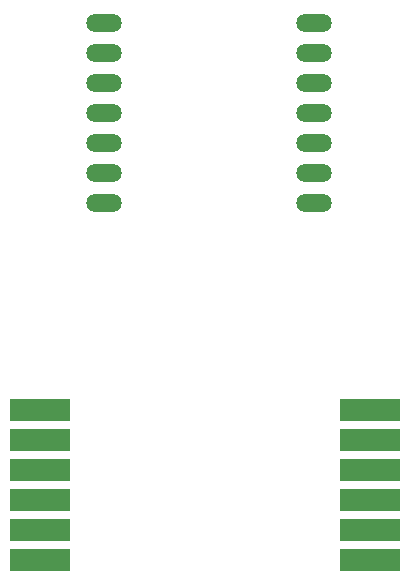
<source format=gbr>
%TF.GenerationSoftware,KiCad,Pcbnew,(6.0.6-0)*%
%TF.CreationDate,2025-03-25T10:56:26+01:00*%
%TF.ProjectId,5outputs,356f7574-7075-4747-932e-6b696361645f,rev?*%
%TF.SameCoordinates,Original*%
%TF.FileFunction,Paste,Bot*%
%TF.FilePolarity,Positive*%
%FSLAX46Y46*%
G04 Gerber Fmt 4.6, Leading zero omitted, Abs format (unit mm)*
G04 Created by KiCad (PCBNEW (6.0.6-0)) date 2025-03-25 10:56:26*
%MOMM*%
%LPD*%
G01*
G04 APERTURE LIST*
G04 Aperture macros list*
%AMRoundRect*
0 Rectangle with rounded corners*
0 $1 Rounding radius*
0 $2 $3 $4 $5 $6 $7 $8 $9 X,Y pos of 4 corners*
0 Add a 4 corners polygon primitive as box body*
4,1,4,$2,$3,$4,$5,$6,$7,$8,$9,$2,$3,0*
0 Add four circle primitives for the rounded corners*
1,1,$1+$1,$2,$3*
1,1,$1+$1,$4,$5*
1,1,$1+$1,$6,$7*
1,1,$1+$1,$8,$9*
0 Add four rect primitives between the rounded corners*
20,1,$1+$1,$2,$3,$4,$5,0*
20,1,$1+$1,$4,$5,$6,$7,0*
20,1,$1+$1,$6,$7,$8,$9,0*
20,1,$1+$1,$8,$9,$2,$3,0*%
G04 Aperture macros list end*
%ADD10RoundRect,0.800000X0.700000X0.000000X-0.700000X0.000000X-0.700000X0.000000X0.700000X0.000000X0*%
%ADD11R,5.080000X1.905000*%
G04 APERTURE END LIST*
D10*
%TO.C,U4*%
X222392000Y-33556076D03*
X222392000Y-36096076D03*
X222392000Y-38636076D03*
X222392000Y-41176076D03*
X222392000Y-43716076D03*
X222392000Y-46256076D03*
X222392000Y-48796076D03*
X204612000Y-48796076D03*
X204612000Y-46256076D03*
X204612000Y-43716076D03*
X204612000Y-41176076D03*
X204612000Y-38636076D03*
X204612000Y-36096076D03*
X204612000Y-33556076D03*
%TD*%
D11*
%TO.C,J3*%
X199136000Y-66294000D03*
X199136000Y-68834000D03*
X199136000Y-71374000D03*
X199136000Y-73914000D03*
X199136000Y-76454000D03*
X199136000Y-78994000D03*
%TD*%
%TO.C,J5*%
X227076000Y-66294000D03*
X227076000Y-68834000D03*
X227076000Y-71374000D03*
X227076000Y-73914000D03*
X227076000Y-76454000D03*
X227076000Y-78994000D03*
%TD*%
M02*

</source>
